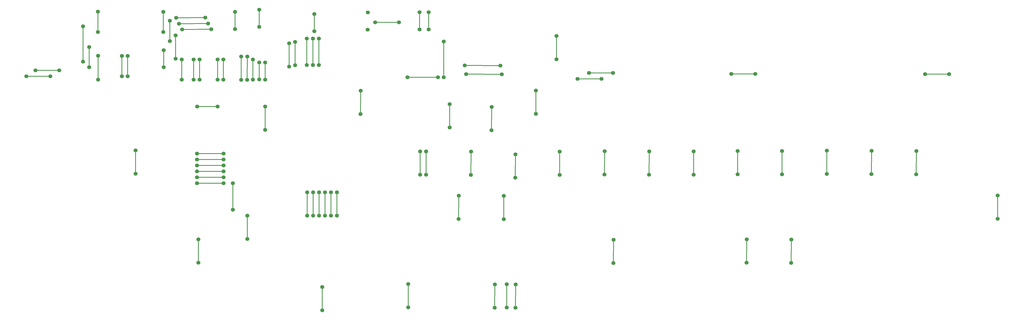
<source format=gbr>
%FSLAX34Y34*%
%MOMM*%
%LNCOPPER_BOTTOM*%
G71*
G01*
%ADD10C,1.700*%
%ADD11C,0.300*%
%LPD*%
X3182144Y665162D02*
G54D10*
D03*
X3284538Y665162D02*
G54D10*
D03*
G54D11*
X3182144Y665162D02*
X3284538Y665162D01*
X2574131Y669131D02*
G54D10*
D03*
X2676525Y669131D02*
G54D10*
D03*
G54D11*
X2574131Y669131D02*
X2676525Y669131D01*
X2524522Y644525D02*
G54D10*
D03*
X2626916Y644525D02*
G54D10*
D03*
G54D11*
X2524522Y644525D02*
X2626916Y644525D01*
X1164828Y867172D02*
G54D10*
D03*
X1164828Y940594D02*
G54D10*
D03*
G54D11*
X1164828Y940594D02*
X1164828Y867172D01*
X208756Y680244D02*
G54D10*
D03*
X311150Y680244D02*
G54D10*
D03*
G54D11*
X208756Y680244D02*
X311150Y680244D01*
X170260Y655241D02*
G54D10*
D03*
X272653Y655241D02*
G54D10*
D03*
G54D11*
X170260Y655241D02*
X272653Y655241D01*
X412354Y717550D02*
G54D10*
D03*
X412354Y869553D02*
G54D10*
D03*
G54D11*
X412354Y869553D02*
X412354Y717550D01*
X438944Y693738D02*
G54D10*
D03*
X438944Y780653D02*
G54D10*
D03*
G54D11*
X438944Y780653D02*
X438944Y693738D01*
X477044Y743347D02*
G54D10*
D03*
X477044Y640953D02*
G54D10*
D03*
G54D11*
X477044Y743347D02*
X477044Y640953D01*
X475854Y844947D02*
G54D10*
D03*
X475854Y931862D02*
G54D10*
D03*
G54D11*
X475854Y931862D02*
X475854Y844947D01*
X578247Y655241D02*
G54D10*
D03*
X578247Y742156D02*
G54D10*
D03*
G54D11*
X578247Y742156D02*
X578247Y655241D01*
X603250Y655241D02*
G54D10*
D03*
X603250Y742156D02*
G54D10*
D03*
G54D11*
X603250Y742156D02*
X603250Y655241D01*
X783432Y806053D02*
G54D10*
D03*
X783432Y892969D02*
G54D10*
D03*
G54D11*
X783432Y892969D02*
X783432Y806053D01*
X755650Y844550D02*
G54D10*
D03*
X755650Y931466D02*
G54D10*
D03*
G54D11*
X755650Y931466D02*
X755650Y844550D01*
X934640Y906463D02*
G54D10*
D03*
X810022Y906066D02*
G54D10*
D03*
G54D11*
X934640Y906463D02*
X810022Y906066D01*
X946944Y881063D02*
G54D10*
D03*
X822325Y880666D02*
G54D10*
D03*
G54D11*
X946944Y881063D02*
X822325Y880666D01*
X960438Y856456D02*
G54D10*
D03*
X835818Y856060D02*
G54D10*
D03*
G54D11*
X960438Y856456D02*
X835818Y856060D01*
X834232Y640556D02*
G54D10*
D03*
X834232Y727472D02*
G54D10*
D03*
G54D11*
X834232Y727472D02*
X834232Y640556D01*
X885032Y640556D02*
G54D10*
D03*
X885032Y727472D02*
G54D10*
D03*
G54D11*
X885032Y727472D02*
X885032Y640556D01*
X910432Y640556D02*
G54D10*
D03*
X910432Y727472D02*
G54D10*
D03*
G54D11*
X910432Y727472D02*
X910432Y640556D01*
X987028Y640556D02*
G54D10*
D03*
X987028Y727472D02*
G54D10*
D03*
G54D11*
X987028Y727472D02*
X987028Y640556D01*
X1012032Y640556D02*
G54D10*
D03*
X1012032Y727472D02*
G54D10*
D03*
G54D11*
X1012032Y727472D02*
X1012032Y640556D01*
X1137841Y640556D02*
G54D10*
D03*
X1137841Y727472D02*
G54D10*
D03*
G54D11*
X1137841Y727472D02*
X1137841Y640556D01*
X1165225Y641350D02*
G54D10*
D03*
X1165225Y714772D02*
G54D10*
D03*
G54D11*
X1165225Y714772D02*
X1165225Y641350D01*
X1190228Y640953D02*
G54D10*
D03*
X1190228Y714375D02*
G54D10*
D03*
G54D11*
X1190228Y714375D02*
X1190228Y640953D01*
X1087834Y640159D02*
G54D10*
D03*
X1088231Y740172D02*
G54D10*
D03*
G54D11*
X1088231Y740172D02*
X1087834Y640159D01*
X1113631Y640159D02*
G54D10*
D03*
X1114028Y740172D02*
G54D10*
D03*
G54D11*
X1114028Y740172D02*
X1113631Y640159D01*
X1292622Y696516D02*
G54D10*
D03*
X1293019Y796528D02*
G54D10*
D03*
G54D11*
X1293019Y796528D02*
X1292622Y696516D01*
X1318022Y702469D02*
G54D10*
D03*
X1318419Y802481D02*
G54D10*
D03*
G54D11*
X1318419Y802481D02*
X1318022Y702469D01*
X1368425Y703262D02*
G54D10*
D03*
X1368425Y817166D02*
G54D10*
D03*
G54D11*
X1368425Y817166D02*
X1368425Y703262D01*
X1394222Y703262D02*
G54D10*
D03*
X1394222Y817166D02*
G54D10*
D03*
G54D11*
X1394222Y817166D02*
X1394222Y703262D01*
X1419622Y703262D02*
G54D10*
D03*
X1419622Y817166D02*
G54D10*
D03*
G54D11*
X1419622Y817166D02*
X1419622Y703262D01*
X1400572Y848122D02*
G54D10*
D03*
X1400572Y921544D02*
G54D10*
D03*
G54D11*
X1400572Y921544D02*
X1400572Y848122D01*
X1190228Y425847D02*
G54D10*
D03*
X1190625Y525859D02*
G54D10*
D03*
G54D11*
X1190625Y525859D02*
X1190228Y425847D01*
X900311Y525264D02*
G54D10*
D03*
X987227Y525264D02*
G54D10*
D03*
G54D11*
X987227Y525264D02*
X900311Y525264D01*
X899120Y324445D02*
G54D10*
D03*
X1013024Y324445D02*
G54D10*
D03*
G54D11*
X1013024Y324445D02*
X899120Y324445D01*
X899120Y299045D02*
G54D10*
D03*
X1013024Y299045D02*
G54D10*
D03*
G54D11*
X1013024Y299045D02*
X899120Y299045D01*
X899120Y273645D02*
G54D10*
D03*
X1013024Y273645D02*
G54D10*
D03*
G54D11*
X1013024Y273645D02*
X899120Y273645D01*
X899120Y248245D02*
G54D10*
D03*
X1013024Y248245D02*
G54D10*
D03*
G54D11*
X1013024Y248245D02*
X899120Y248245D01*
X899120Y222845D02*
G54D10*
D03*
X1013024Y222845D02*
G54D10*
D03*
G54D11*
X1013024Y222845D02*
X899120Y222845D01*
X899120Y197445D02*
G54D10*
D03*
X1013024Y197445D02*
G54D10*
D03*
G54D11*
X1013024Y197445D02*
X899120Y197445D01*
X1052116Y83344D02*
G54D10*
D03*
X1052116Y197247D02*
G54D10*
D03*
G54D11*
X1052116Y197247D02*
X1052116Y83344D01*
X1114028Y-41672D02*
G54D10*
D03*
X1114425Y58341D02*
G54D10*
D03*
G54D11*
X1114425Y58341D02*
X1114028Y-41672D01*
X904875Y-143669D02*
G54D10*
D03*
X905272Y-43656D02*
G54D10*
D03*
G54D11*
X905272Y-43656D02*
X904875Y-143669D01*
X1369616Y58341D02*
G54D10*
D03*
X1370012Y158353D02*
G54D10*
D03*
G54D11*
X1370012Y158353D02*
X1369616Y58341D01*
X1395016Y58341D02*
G54D10*
D03*
X1395412Y158353D02*
G54D10*
D03*
G54D11*
X1395412Y158353D02*
X1395016Y58341D01*
X1420416Y58341D02*
G54D10*
D03*
X1420812Y158353D02*
G54D10*
D03*
G54D11*
X1420812Y158353D02*
X1420416Y58341D01*
X1445816Y58341D02*
G54D10*
D03*
X1446212Y158353D02*
G54D10*
D03*
G54D11*
X1446212Y158353D02*
X1445816Y58341D01*
X1471216Y58341D02*
G54D10*
D03*
X1471612Y158353D02*
G54D10*
D03*
G54D11*
X1471612Y158353D02*
X1471216Y58341D01*
X1496616Y58341D02*
G54D10*
D03*
X1497012Y158353D02*
G54D10*
D03*
G54D11*
X1497012Y158353D02*
X1496616Y58341D01*
X1433910Y-347662D02*
G54D10*
D03*
X1434306Y-247650D02*
G54D10*
D03*
G54D11*
X1434306Y-247650D02*
X1433910Y-347662D01*
X1801416Y-334962D02*
G54D10*
D03*
X1801812Y-234950D02*
G54D10*
D03*
G54D11*
X1801812Y-234950D02*
X1801416Y-334962D01*
X2170906Y-336153D02*
G54D10*
D03*
X2171303Y-236141D02*
G54D10*
D03*
G54D11*
X2171303Y-236141D02*
X2170906Y-336153D01*
X2222103Y-335756D02*
G54D10*
D03*
X2222500Y-235744D02*
G54D10*
D03*
G54D11*
X2222500Y-235744D02*
X2222103Y-335756D01*
X2259806Y-336153D02*
G54D10*
D03*
X2260203Y-236141D02*
G54D10*
D03*
G54D11*
X2260203Y-236141D02*
X2259806Y-336153D01*
X2016919Y44053D02*
G54D10*
D03*
X2017316Y144066D02*
G54D10*
D03*
G54D11*
X2017316Y144066D02*
X2016919Y44053D01*
X2209403Y43259D02*
G54D10*
D03*
X2209800Y143272D02*
G54D10*
D03*
G54D11*
X2209800Y143272D02*
X2209403Y43259D01*
X1852216Y233759D02*
G54D10*
D03*
X1852612Y333772D02*
G54D10*
D03*
G54D11*
X1852612Y333772D02*
X1852216Y233759D01*
X1877616Y233362D02*
G54D10*
D03*
X1878012Y333375D02*
G54D10*
D03*
G54D11*
X1878012Y333375D02*
X1877616Y233362D01*
X2069306Y232966D02*
G54D10*
D03*
X2069703Y332978D02*
G54D10*
D03*
G54D11*
X2069703Y332978D02*
X2069306Y232966D01*
X2259012Y221059D02*
G54D10*
D03*
X2259409Y321072D02*
G54D10*
D03*
G54D11*
X2259409Y321072D02*
X2259012Y221059D01*
X2448322Y232966D02*
G54D10*
D03*
X2448719Y332978D02*
G54D10*
D03*
G54D11*
X2448719Y332978D02*
X2448322Y232966D01*
X2640012Y234553D02*
G54D10*
D03*
X2640409Y334566D02*
G54D10*
D03*
G54D11*
X2640409Y334566D02*
X2640012Y234553D01*
X2830512Y233759D02*
G54D10*
D03*
X2830909Y333772D02*
G54D10*
D03*
G54D11*
X2830909Y333772D02*
X2830512Y233759D01*
X3020616Y233759D02*
G54D10*
D03*
X3021012Y333772D02*
G54D10*
D03*
G54D11*
X3021012Y333772D02*
X3020616Y233759D01*
X3208734Y234950D02*
G54D10*
D03*
X3209131Y334962D02*
G54D10*
D03*
G54D11*
X3209131Y334962D02*
X3208734Y234950D01*
X3398440Y235347D02*
G54D10*
D03*
X3398837Y335359D02*
G54D10*
D03*
G54D11*
X3398837Y335359D02*
X3398440Y235347D01*
X3589734Y236538D02*
G54D10*
D03*
X3590131Y336550D02*
G54D10*
D03*
G54D11*
X3590131Y336550D02*
X3589734Y236538D01*
X3780631Y235744D02*
G54D10*
D03*
X3781028Y335756D02*
G54D10*
D03*
G54D11*
X3781028Y335756D02*
X3780631Y235744D01*
X3971925Y234950D02*
G54D10*
D03*
X3972322Y334962D02*
G54D10*
D03*
G54D11*
X3972322Y334962D02*
X3971925Y234950D01*
X2346722Y494506D02*
G54D10*
D03*
X2347119Y594519D02*
G54D10*
D03*
G54D11*
X2347119Y594519D02*
X2346722Y494506D01*
X2157412Y424259D02*
G54D10*
D03*
X2157809Y524272D02*
G54D10*
D03*
G54D11*
X2157809Y524272D02*
X2157412Y424259D01*
X2434828Y728266D02*
G54D10*
D03*
X2435225Y828278D02*
G54D10*
D03*
G54D11*
X2435225Y828278D02*
X2434828Y728266D01*
X4319588Y44847D02*
G54D10*
D03*
X4319984Y144859D02*
G54D10*
D03*
G54D11*
X4319984Y144859D02*
X4319588Y44847D01*
X3437731Y-144066D02*
G54D10*
D03*
X3438128Y-44053D02*
G54D10*
D03*
G54D11*
X3438128Y-44053D02*
X3437731Y-144066D01*
X3247231Y-143669D02*
G54D10*
D03*
X3247628Y-43656D02*
G54D10*
D03*
G54D11*
X3247628Y-43656D02*
X3247231Y-143669D01*
X2678112Y-144859D02*
G54D10*
D03*
X2678510Y-44847D02*
G54D10*
D03*
G54D11*
X2678510Y-44847D02*
X2678112Y-144859D01*
X1850231Y855662D02*
G54D10*
D03*
X1850231Y929084D02*
G54D10*
D03*
G54D11*
X1850231Y929084D02*
X1850231Y855662D01*
X1888728Y855662D02*
G54D10*
D03*
X1888728Y929084D02*
G54D10*
D03*
G54D11*
X1888728Y929084D02*
X1888728Y855662D01*
X1798439Y651073D02*
G54D10*
D03*
X1928614Y651073D02*
G54D10*
D03*
G54D11*
X1928614Y651073D02*
X1798439Y651073D01*
X1953220Y804267D02*
G54D10*
D03*
X1953220Y651073D02*
G54D10*
D03*
G54D11*
X1953220Y651073D02*
X1953220Y804267D01*
X2042914Y701476D02*
G54D10*
D03*
X2195710Y701079D02*
G54D10*
D03*
G54D11*
X2195710Y701079D02*
X2042914Y701476D01*
X2048868Y664170D02*
G54D10*
D03*
X2201663Y663773D02*
G54D10*
D03*
G54D11*
X2201663Y663773D02*
X2048868Y664170D01*
X1659930Y886420D02*
G54D10*
D03*
X1761927Y886420D02*
G54D10*
D03*
G54D11*
X1761927Y886420D02*
X1659930Y886420D01*
X1628577Y928886D02*
G54D10*
D03*
X1628180Y855067D02*
G54D10*
D03*
X1978422Y436166D02*
G54D10*
D03*
X1978818Y536178D02*
G54D10*
D03*
G54D11*
X1978818Y536178D02*
X1978422Y436166D01*
X1597819Y493712D02*
G54D10*
D03*
X1598216Y593725D02*
G54D10*
D03*
G54D11*
X1598216Y593725D02*
X1597819Y493712D01*
X756841Y693738D02*
G54D10*
D03*
X756841Y767159D02*
G54D10*
D03*
G54D11*
X756841Y767159D02*
X756841Y693738D01*
X807640Y730250D02*
G54D10*
D03*
X808038Y830262D02*
G54D10*
D03*
G54D11*
X808038Y830262D02*
X807640Y730250D01*
X1061640Y857647D02*
G54D10*
D03*
X1061640Y931069D02*
G54D10*
D03*
G54D11*
X1061640Y931069D02*
X1061640Y857647D01*
X4009628Y664369D02*
G54D10*
D03*
X4112022Y664369D02*
G54D10*
D03*
G54D11*
X4009628Y664369D02*
X4112022Y664369D01*
X636588Y237728D02*
G54D10*
D03*
X636984Y337741D02*
G54D10*
D03*
G54D11*
X636984Y337741D02*
X636588Y237728D01*
M02*

</source>
